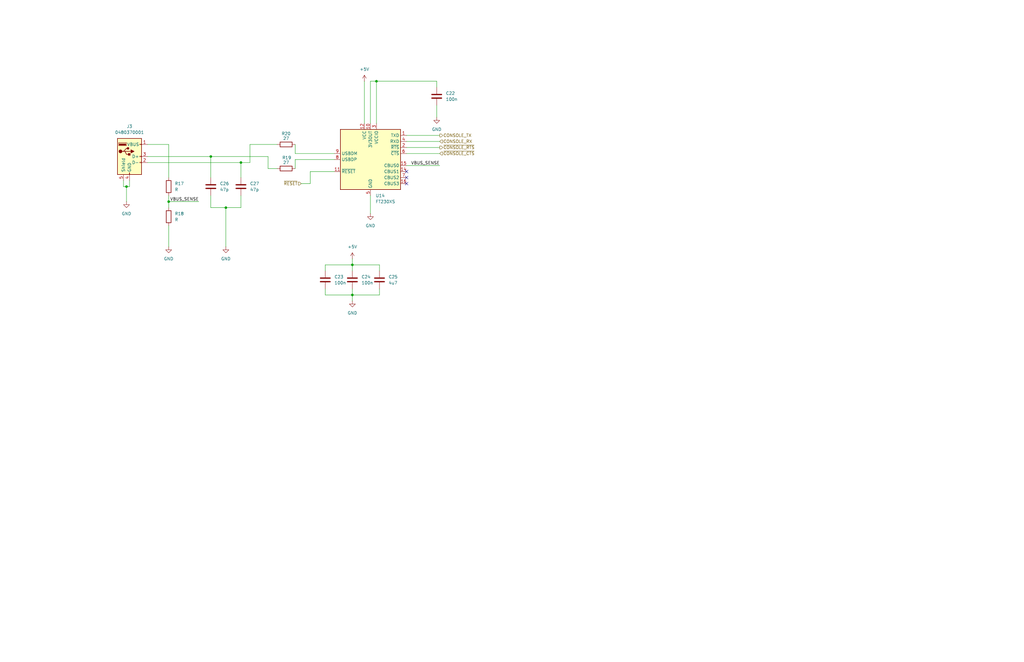
<source format=kicad_sch>
(kicad_sch (version 20250114) (generator "eeschema") (generator_version "9.0")
  (paper "USLedger")
  (lib_symbols
    (symbol "Connector:USB_A" (pin_names (offset 1.016))
      (property "Reference" "J" (at -5.08 11.43 0))
      (property "Value" "USB_A" (at -5.08 8.89 0))
      (symbol "USB_A_0_1"
        (rectangle (start -5.08 -7.62) (end 5.08 7.62) (stroke (width 0.254)) (fill (type background)))
        (circle (center -3.81 2.159) (radius 0.635) (stroke (width 0.254)) (fill (type outline)))
        (polyline (pts (xy -3.175 2.159) (xy -2.54 2.159) (xy -1.27 3.429) (xy -0.635 3.429)) (stroke (width 0.254)))
        (polyline (pts (xy -2.54 2.159) (xy -1.905 2.159) (xy -1.27 0.889) (xy 0 0.889)) (stroke (width 0.254)))
        (rectangle (start -1.524 4.826) (end -4.318 5.334) (fill (type outline)))
        (rectangle (start -1.27 4.572) (end -4.572 5.842))
        (circle (center -0.635 3.429) (radius 0.381) (stroke (width 0.254)) (fill (type outline)))
        (rectangle (start -0.127 -7.62) (end 0.127 -6.858))
        (rectangle (start 0.254 1.27) (end -0.508 0.508) (stroke (width 0.254)) (fill (type outline)))
        (polyline (pts (xy 0.635 2.794) (xy 0.635 1.524) (xy 1.905 2.159) (xy 0.635 2.794)) (stroke (width 0.254)) (fill (type outline)))
        (rectangle (start 5.08 4.953) (end 4.318 5.207))
        (rectangle (start 5.08 -0.127) (end 4.318 0.127))
        (rectangle (start 5.08 -2.667) (end 4.318 -2.413))
      )
      (symbol "USB_A_1_1"
        (polyline (pts (xy -1.905 2.159) (xy 0.635 2.159)) (stroke (width 0.254)))
        (pin passive line (at -2.54 -10.16 90) (length 2.54) (name "Shield") (number "5"))
        (pin power_in line (at 0 -10.16 90) (length 2.54) (name "GND") (number "4"))
        (pin power_in line (at 7.62 5.08 180) (length 2.54) (name "VBUS") (number "1"))
        (pin bidirectional line (at 7.62 0 180) (length 2.54) (name "D+") (number "3"))
        (pin bidirectional line (at 7.62 -2.54 180) (length 2.54) (name "D-") (number "2"))
      )
    )
    (symbol "Device:C" (pin_numbers (hide yes)) (pin_names (offset 0.254))
      (property "Reference" "C" (at 0.635 2.54 0))
      (property "Value" "C" (at 0.635 -2.54 0))
      (symbol "C_0_1"
        (polyline (pts (xy -2.032 0.762) (xy 2.032 0.762)) (stroke (width 0.508)))
        (polyline (pts (xy -2.032 -0.762) (xy 2.032 -0.762)) (stroke (width 0.508)))
      )
      (symbol "C_1_1"
        (pin passive line (at 0 3.81 270) (length 2.794) (name "~") (number "1"))
        (pin passive line (at 0 -3.81 90) (length 2.794) (name "~") (number "2"))
      )
    )
    (symbol "Device:R" (pin_numbers (hide yes)) (pin_names (offset 0))
      (property "Reference" "R" (at 2.032 0 90))
      (property "Value" "R" (at 0 0 90))
      (symbol "R_0_1"
        (rectangle (start -1.016 -2.54) (end 1.016 2.54) (stroke (width 0.254)))
      )
      (symbol "R_1_1"
        (pin passive line (at 0 3.81 270) (length 1.27) (name "~") (number "1"))
        (pin passive line (at 0 -3.81 90) (length 1.27) (name "~") (number "2"))
      )
    )
    (symbol "Interface_USB:FT230XS"
      (property "Reference" "U" (at -12.7 13.97 0))
      (property "Value" "FT230XS" (at 5.08 13.97 0))
      (symbol "FT230XS_0_1"
        (rectangle (start -12.7 12.7) (end 12.7 -12.7) (stroke (width 0.254)) (fill (type background)))
      )
      (symbol "FT230XS_1_1"
        (pin bidirectional line (at -15.24 2.54 0) (length 2.54) (name "USBDM") (number "9"))
        (pin bidirectional line (at -15.24 0 0) (length 2.54) (name "USBDP") (number "8"))
        (pin input line (at -15.24 -5.08 0) (length 2.54) (name "~{RESET}") (number "11"))
        (pin power_in line (at -2.54 15.24 270) (length 2.54) (name "VCC") (number "12"))
        (pin power_out line (at 0 15.24 270) (length 2.54) (name "3V3OUT") (number "10"))
        (pin passive line (at 0 -15.24 90) (length 2.54) (hide yes) (name "GND") (number "13"))
        (pin power_in line (at 0 -15.24 90) (length 2.54) (name "GND") (number "5"))
        (pin power_in line (at 2.54 15.24 270) (length 2.54) (name "VCCIO") (number "3"))
        (pin output line (at 15.24 10.16 180) (length 2.54) (name "TXD") (number "1"))
        (pin input line (at 15.24 7.62 180) (length 2.54) (name "RXD") (number "4"))
        (pin output line (at 15.24 5.08 180) (length 2.54) (name "~{RTS}") (number "2"))
        (pin input line (at 15.24 2.54 180) (length 2.54) (name "~{CTS}") (number "6"))
        (pin bidirectional line (at 15.24 -2.54 180) (length 2.54) (name "CBUS0") (number "15"))
        (pin bidirectional line (at 15.24 -5.08 180) (length 2.54) (name "CBUS1") (number "14"))
        (pin bidirectional line (at 15.24 -7.62 180) (length 2.54) (name "CBUS2") (number "7"))
        (pin bidirectional line (at 15.24 -10.16 180) (length 2.54) (name "CBUS3") (number "16"))
      )
    )
    (symbol "power:+5V" (power) (pin_numbers (hide yes)) (pin_names (offset 0) (hide yes))
      (property "Value" "+5V" (at 0 3.556 0))
      (symbol "+5V_0_1"
        (polyline (pts (xy -0.762 1.27) (xy 0 2.54)))
        (polyline (pts (xy 0 2.54) (xy 0.762 1.27)))
        (polyline (pts (xy 0 0) (xy 0 2.54)))
      )
      (symbol "+5V_1_1"
        (pin power_in line (at 0 0 90) (length 0) (name "~") (number "1"))
      )
    )
    (symbol "power:GND" (power) (pin_numbers (hide yes)) (pin_names (offset 0) (hide yes))
      (property "Value" "GND" (at 0 -3.81 0))
      (symbol "GND_0_1"
        (polyline (pts (xy 0 0) (xy 0 -1.27) (xy 1.27 -1.27) (xy 0 -2.54) (xy -1.27 -1.27) (xy 0 -1.27)))
      )
      (symbol "GND_1_1"
        (pin power_in line (at 0 0 270) (length 0) (name "~") (number "1"))
      )
    )
  )
  (junction (at 148.59 124.46))
  (junction (at 95.25 87.63))
  (junction (at 101.6 68.58))
  (junction (at 53.34 78.74))
  (junction (at 71.12 85.09))
  (junction (at 158.75 34.29))
  (junction (at 88.9 66.04))
  (junction (at 148.59 111.76))
  (no_connect (at 171.45 72.39))
  (no_connect (at 171.45 77.47))
  (no_connect (at 171.45 74.93))
  (wire (pts (xy 156.21 52.07) (xy 156.21 34.29)))
  (wire (pts (xy 88.9 82.55) (xy 88.9 87.63)))
  (wire (pts (xy 156.21 34.29) (xy 158.75 34.29)))
  (wire (pts (xy 130.81 77.47) (xy 127 77.47)))
  (wire (pts (xy 71.12 95.25) (xy 71.12 104.14)))
  (wire (pts (xy 160.02 121.92) (xy 160.02 124.46)))
  (wire (pts (xy 71.12 85.09) (xy 83.82 85.09)))
  (wire (pts (xy 171.45 59.69) (xy 185.42 59.69)))
  (wire (pts (xy 71.12 60.96) (xy 71.12 74.93)))
  (wire (pts (xy 124.46 64.77) (xy 140.97 64.77)))
  (wire (pts (xy 95.25 87.63) (xy 101.6 87.63)))
  (wire (pts (xy 148.59 109.22) (xy 148.59 111.76)))
  (wire (pts (xy 171.45 64.77) (xy 185.42 64.77)))
  (wire (pts (xy 137.16 111.76) (xy 148.59 111.76)))
  (wire (pts (xy 71.12 82.55) (xy 71.12 85.09)))
  (wire (pts (xy 148.59 121.92) (xy 148.59 124.46)))
  (wire (pts (xy 137.16 121.92) (xy 137.16 124.46)))
  (wire (pts (xy 95.25 87.63) (xy 95.25 104.14)))
  (wire (pts (xy 171.45 57.15) (xy 185.42 57.15)))
  (wire (pts (xy 88.9 66.04) (xy 88.9 74.93)))
  (wire (pts (xy 52.07 78.74) (xy 52.07 76.2)))
  (wire (pts (xy 124.46 67.31) (xy 140.97 67.31)))
  (wire (pts (xy 113.03 66.04) (xy 113.03 71.12)))
  (wire (pts (xy 148.59 124.46) (xy 160.02 124.46)))
  (wire (pts (xy 148.59 111.76) (xy 148.59 114.3)))
  (wire (pts (xy 113.03 71.12) (xy 116.84 71.12)))
  (wire (pts (xy 137.16 114.3) (xy 137.16 111.76)))
  (wire (pts (xy 88.9 87.63) (xy 95.25 87.63)))
  (wire (pts (xy 54.61 76.2) (xy 54.61 78.74)))
  (wire (pts (xy 105.41 60.96) (xy 105.41 68.58)))
  (wire (pts (xy 158.75 34.29) (xy 184.15 34.29)))
  (wire (pts (xy 124.46 60.96) (xy 124.46 64.77)))
  (wire (pts (xy 54.61 78.74) (xy 53.34 78.74)))
  (wire (pts (xy 184.15 34.29) (xy 184.15 36.83)))
  (wire (pts (xy 62.23 60.96) (xy 71.12 60.96)))
  (wire (pts (xy 62.23 68.58) (xy 101.6 68.58)))
  (wire (pts (xy 101.6 82.55) (xy 101.6 87.63)))
  (wire (pts (xy 71.12 85.09) (xy 71.12 87.63)))
  (wire (pts (xy 184.15 44.45) (xy 184.15 49.53)))
  (wire (pts (xy 130.81 72.39) (xy 140.97 72.39)))
  (wire (pts (xy 171.45 62.23) (xy 185.42 62.23)))
  (wire (pts (xy 124.46 71.12) (xy 124.46 67.31)))
  (wire (pts (xy 53.34 78.74) (xy 52.07 78.74)))
  (wire (pts (xy 171.45 69.85) (xy 185.42 69.85)))
  (wire (pts (xy 137.16 124.46) (xy 148.59 124.46)))
  (wire (pts (xy 156.21 82.55) (xy 156.21 90.17)))
  (wire (pts (xy 160.02 111.76) (xy 160.02 114.3)))
  (wire (pts (xy 101.6 68.58) (xy 101.6 74.93)))
  (wire (pts (xy 62.23 66.04) (xy 88.9 66.04)))
  (wire (pts (xy 130.81 72.39) (xy 130.81 77.47)))
  (wire (pts (xy 148.59 111.76) (xy 160.02 111.76)))
  (wire (pts (xy 105.41 60.96) (xy 116.84 60.96)))
  (wire (pts (xy 153.67 34.29) (xy 153.67 52.07)))
  (wire (pts (xy 53.34 78.74) (xy 53.34 85.09)))
  (wire (pts (xy 88.9 66.04) (xy 113.03 66.04)))
  (wire (pts (xy 158.75 34.29) (xy 158.75 52.07)))
  (wire (pts (xy 101.6 68.58) (xy 105.41 68.58)))
  (wire (pts (xy 148.59 127) (xy 148.59 124.46)))
  (label "VBUS_SENSE" (at 83.82 85.09 180))
  (label "VBUS_SENSE" (at 185.42 69.85 180))
  (hierarchical_label "~{CONSOLE_RTS}" (shape output) (at 185.42 62.23 0))
  (hierarchical_label "CONSOLE_RX" (shape input) (at 185.42 59.69 0))
  (hierarchical_label "~{RESET}" (shape input) (at 127 77.47 180))
  (hierarchical_label "~{CONSOLE_CTS}" (shape input) (at 185.42 64.77 0))
  (hierarchical_label "CONSOLE_TX" (shape output) (at 185.42 57.15 0))
  (symbol (lib_id "Interface_USB:FT230XS") (at 156.21 67.31 0) (unit 1)
    (property "Reference" "U14" (at 158.3533 82.55 0) (effects (justify left)))
    (property "Value" "FT230XS" (at 158.3533 85.09 0) (effects (justify left)))
    (property "Footprint" "Package_SO:SSOP-16_3.9x4.9mm_P0.635mm" (effects (hide yes)))
    (property "Datasheet" "https://ftdichip.com/wp-content/uploads/2025/06/DS_FT230X.pdf" (effects (hide yes)))
    (property "Description" "Full-Speed USB to Basic UART, SSOP-16" (effects (hide yes)))
    (property private "KLC_S4.2_VCC" "This is not a power converter chip" (effects (hide yes)))
    (property private "KLC_S4.2_3V3OUT" "This is not a power converter chip" (effects (hide yes)))
  )
  (symbol (lib_id "power:+5V") (at 153.67 34.29 0) (unit 1)
    (property "Reference" "#PWR050" (effects (hide yes)))
    (property "Value" "+5V" (at 153.67 29.21 0))
    (property "Description" "Power symbol creates a global label with name \"+5V\"" (effects (hide yes)))
  )
  (symbol (lib_id "power:GND") (at 184.15 49.53 0) (unit 1)
    (property "Reference" "#PWR048" (effects (hide yes)))
    (property "Value" "GND" (at 184.15 54.61 0))
    (property "Description" "Power symbol creates a global label with name \"GND\" , ground" (effects (hide yes)))
  )
  (symbol (lib_id "Connector:USB_A") (at 54.61 66.04 0) (unit 1)
    (property "Reference" "J3" (at 54.61 53.34 0))
    (property "Value" "0480370001" (at 54.61 55.88 0))
    (property "Footprint" "Footprints:CONN_480370001_MOL" (effects (hide yes)))
    (property "Description" "USB Type A connector (Molex USB-A)" (effects (hide yes)))
  )
  (symbol (lib_id "Device:C") (at 148.59 118.11 0) (unit 1)
    (property "Reference" "C24" (at 152.4 116.8399 0) (effects (justify left)))
    (property "Value" "100n" (at 152.4 119.3799 0) (effects (justify left)))
    (property "Footprint" "Capacitor_SMD:C_0603_1608Metric" (effects (hide yes)))
    (property "Description" "Unpolarized capacitor" (effects (hide yes)))
  )
  (symbol (lib_id "Device:R") (at 120.65 71.12 90) (unit 1)
    (property "Reference" "R19" (at 120.904 66.548 90))
    (property "Value" "27" (at 120.65 68.58 90))
    (property "Footprint" "Resistor_SMD:R_0603_1608Metric" (effects (hide yes)))
    (property "Description" "Resistor" (effects (hide yes)))
  )
  (symbol (lib_id "Device:R") (at 120.65 60.96 90) (unit 1)
    (property "Reference" "R20" (at 120.65 56.388 90))
    (property "Value" "27" (at 120.65 58.42 90))
    (property "Footprint" "Resistor_SMD:R_0603_1608Metric" (effects (hide yes)))
    (property "Description" "Resistor" (effects (hide yes)))
  )
  (symbol (lib_id "power:+5V") (at 148.59 109.22 0) (unit 1)
    (property "Reference" "#PWR051" (effects (hide yes)))
    (property "Value" "+5V" (at 148.59 104.14 0))
    (property "Description" "Power symbol creates a global label with name \"+5V\"" (effects (hide yes)))
  )
  (symbol (lib_id "power:GND") (at 156.21 90.17 0) (unit 1)
    (property "Reference" "#PWR049" (effects (hide yes)))
    (property "Value" "GND" (at 156.21 95.25 0))
    (property "Description" "Power symbol creates a global label with name \"GND\" , ground" (effects (hide yes)))
  )
  (symbol (lib_id "power:GND") (at 148.59 127 0) (unit 1)
    (property "Reference" "#PWR052" (effects (hide yes)))
    (property "Value" "GND" (at 148.59 132.08 0))
    (property "Description" "Power symbol creates a global label with name \"GND\" , ground" (effects (hide yes)))
  )
  (symbol (lib_id "Device:C") (at 160.02 118.11 0) (unit 1)
    (property "Reference" "C25" (at 163.83 116.8399 0) (effects (justify left)))
    (property "Value" "4u7" (at 163.83 119.3799 0) (effects (justify left)))
    (property "Footprint" "Capacitor_SMD:C_0603_1608Metric" (effects (hide yes)))
    (property "Description" "Unpolarized capacitor" (effects (hide yes)))
  )
  (symbol (lib_id "Device:C") (at 137.16 118.11 0) (unit 1)
    (property "Reference" "C23" (at 140.97 116.8399 0) (effects (justify left)))
    (property "Value" "100n" (at 140.97 119.3799 0) (effects (justify left)))
    (property "Footprint" "Capacitor_SMD:C_0603_1608Metric" (effects (hide yes)))
    (property "Description" "Unpolarized capacitor" (effects (hide yes)))
  )
  (symbol (lib_id "Device:R") (at 71.12 78.74 0) (unit 1)
    (property "Reference" "R17" (at 73.66 77.4699 0) (effects (justify left)))
    (property "Value" "R" (at 73.66 80.0099 0) (effects (justify left)))
    (property "Footprint" "Resistor_SMD:R_0603_1608Metric" (effects (hide yes)))
    (property "Description" "Resistor" (effects (hide yes)))
  )
  (symbol (lib_id "Device:C") (at 88.9 78.74 0) (unit 1)
    (property "Reference" "C26" (at 92.71 77.4699 0) (effects (justify left)))
    (property "Value" "47p" (at 92.71 80.0099 0) (effects (justify left)))
    (property "Footprint" "Capacitor_SMD:C_0603_1608Metric" (effects (hide yes)))
    (property "Description" "Unpolarized capacitor" (effects (hide yes)))
  )
  (symbol (lib_id "Device:C") (at 101.6 78.74 0) (unit 1)
    (property "Reference" "C27" (at 105.41 77.4699 0) (effects (justify left)))
    (property "Value" "47p" (at 105.41 80.0099 0) (effects (justify left)))
    (property "Footprint" "Capacitor_SMD:C_0603_1608Metric" (effects (hide yes)))
    (property "Description" "Unpolarized capacitor" (effects (hide yes)))
  )
  (symbol (lib_id "Device:C") (at 184.15 40.64 0) (unit 1)
    (property "Reference" "C22" (at 187.96 39.3699 0) (effects (justify left)))
    (property "Value" "100n" (at 187.96 41.9099 0) (effects (justify left)))
    (property "Footprint" "Capacitor_SMD:C_0603_1608Metric" (effects (hide yes)))
    (property "Description" "Unpolarized capacitor" (effects (hide yes)))
  )
  (symbol (lib_id "power:GND") (at 95.25 104.14 0) (unit 1)
    (property "Reference" "#PWR054" (effects (hide yes)))
    (property "Value" "GND" (at 95.25 109.22 0))
    (property "Description" "Power symbol creates a global label with name \"GND\" , ground" (effects (hide yes)))
  )
  (symbol (lib_id "power:GND") (at 53.34 85.09 0) (unit 1)
    (property "Reference" "#PWR055" (effects (hide yes)))
    (property "Value" "GND" (at 53.34 90.17 0))
    (property "Description" "Power symbol creates a global label with name \"GND\" , ground" (effects (hide yes)))
  )
  (symbol (lib_id "power:GND") (at 71.12 104.14 0) (unit 1)
    (property "Reference" "#PWR053" (effects (hide yes)))
    (property "Value" "GND" (at 71.12 109.22 0))
    (property "Description" "Power symbol creates a global label with name \"GND\" , ground" (effects (hide yes)))
  )
  (symbol (lib_id "Device:R") (at 71.12 91.44 0) (unit 1)
    (property "Reference" "R18" (at 73.66 90.1699 0) (effects (justify left)))
    (property "Value" "R" (at 73.66 92.7099 0) (effects (justify left)))
    (property "Footprint" "Resistor_SMD:R_0603_1608Metric" (effects (hide yes)))
    (property "Description" "Resistor" (effects (hide yes)))
  )
)
</source>
